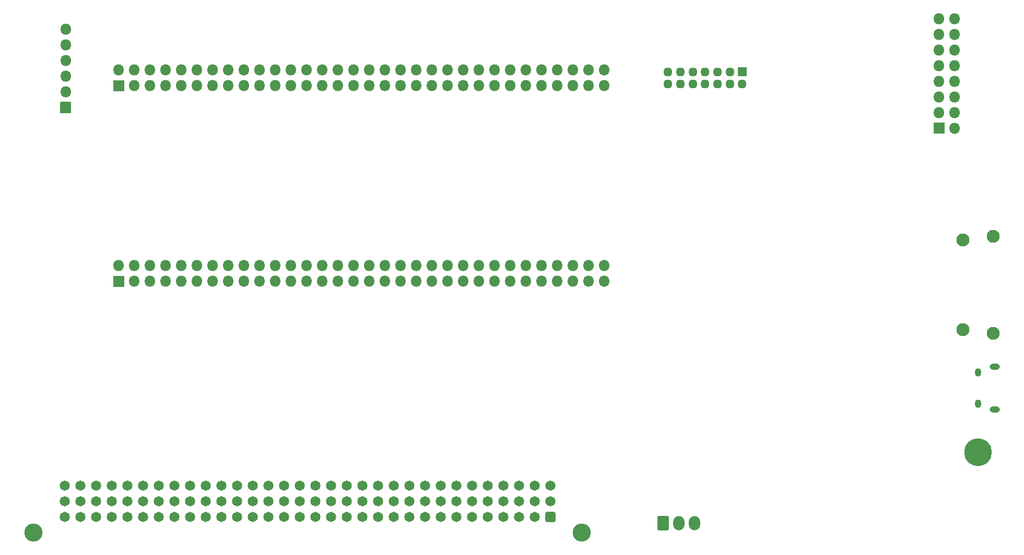
<source format=gbr>
G04 #@! TF.GenerationSoftware,KiCad,Pcbnew,5.1.9+dfsg1-1~bpo10+1*
G04 #@! TF.CreationDate,2023-04-04T12:11:01+02:00*
G04 #@! TF.ProjectId,nubus-to-ztex,6e756275-732d-4746-9f2d-7a7465782e6b,rev?*
G04 #@! TF.SameCoordinates,Original*
G04 #@! TF.FileFunction,Soldermask,Bot*
G04 #@! TF.FilePolarity,Negative*
%FSLAX46Y46*%
G04 Gerber Fmt 4.6, Leading zero omitted, Abs format (unit mm)*
G04 Created by KiCad (PCBNEW 5.1.9+dfsg1-1~bpo10+1) date 2023-04-04 12:11:01*
%MOMM*%
%LPD*%
G01*
G04 APERTURE LIST*
%ADD10C,4.502000*%
%ADD11O,1.652000X0.992000*%
%ADD12O,1.052000X1.352000*%
%ADD13O,1.802000X1.802000*%
%ADD14O,1.452000X1.452000*%
%ADD15O,1.842000X2.302000*%
%ADD16C,2.102000*%
%ADD17C,2.952000*%
%ADD18C,1.652000*%
%ADD19C,0.100000*%
G04 APERTURE END LIST*
D10*
X269350000Y-89500000D03*
D11*
X272050000Y-75570000D03*
X272050000Y-82570000D03*
D12*
X269350000Y-76570000D03*
X269350000Y-81570000D03*
G36*
G01*
X130850000Y-30901000D02*
X129150000Y-30901000D01*
G75*
G02*
X129099000Y-30850000I0J51000D01*
G01*
X129099000Y-29150000D01*
G75*
G02*
X129150000Y-29099000I51000J0D01*
G01*
X130850000Y-29099000D01*
G75*
G02*
X130901000Y-29150000I0J-51000D01*
G01*
X130901000Y-30850000D01*
G75*
G02*
X130850000Y-30901000I-51000J0D01*
G01*
G37*
D13*
X130000000Y-27460000D03*
X132540000Y-30000000D03*
X132540000Y-27460000D03*
X135080000Y-30000000D03*
X135080000Y-27460000D03*
X137620000Y-30000000D03*
X137620000Y-27460000D03*
X140160000Y-30000000D03*
X140160000Y-27460000D03*
X142700000Y-30000000D03*
X142700000Y-27460000D03*
X145240000Y-30000000D03*
X145240000Y-27460000D03*
X147780000Y-30000000D03*
X147780000Y-27460000D03*
X150320000Y-30000000D03*
X150320000Y-27460000D03*
X152860000Y-30000000D03*
X152860000Y-27460000D03*
X155400000Y-30000000D03*
X155400000Y-27460000D03*
X157940000Y-30000000D03*
X157940000Y-27460000D03*
X160480000Y-30000000D03*
X160480000Y-27460000D03*
X163020000Y-30000000D03*
X163020000Y-27460000D03*
X165560000Y-30000000D03*
X165560000Y-27460000D03*
X168100000Y-30000000D03*
X168100000Y-27460000D03*
X170640000Y-30000000D03*
X170640000Y-27460000D03*
X173180000Y-30000000D03*
X173180000Y-27460000D03*
X175720000Y-30000000D03*
X175720000Y-27460000D03*
X178260000Y-30000000D03*
X178260000Y-27460000D03*
X180800000Y-30000000D03*
X180800000Y-27460000D03*
X183340000Y-30000000D03*
X183340000Y-27460000D03*
X185880000Y-30000000D03*
X185880000Y-27460000D03*
X188420000Y-30000000D03*
X188420000Y-27460000D03*
X190960000Y-30000000D03*
X190960000Y-27460000D03*
X193500000Y-30000000D03*
X193500000Y-27460000D03*
X196040000Y-30000000D03*
X196040000Y-27460000D03*
X198580000Y-30000000D03*
X198580000Y-27460000D03*
X201120000Y-30000000D03*
X201120000Y-27460000D03*
X203660000Y-30000000D03*
X203660000Y-27460000D03*
X206200000Y-30000000D03*
X206200000Y-27460000D03*
X208740000Y-30000000D03*
X208740000Y-27460000D03*
G36*
G01*
X130850000Y-62651000D02*
X129150000Y-62651000D01*
G75*
G02*
X129099000Y-62600000I0J51000D01*
G01*
X129099000Y-60900000D01*
G75*
G02*
X129150000Y-60849000I51000J0D01*
G01*
X130850000Y-60849000D01*
G75*
G02*
X130901000Y-60900000I0J-51000D01*
G01*
X130901000Y-62600000D01*
G75*
G02*
X130850000Y-62651000I-51000J0D01*
G01*
G37*
X130000000Y-59210000D03*
X132540000Y-61750000D03*
X132540000Y-59210000D03*
X135080000Y-61750000D03*
X135080000Y-59210000D03*
X137620000Y-61750000D03*
X137620000Y-59210000D03*
X140160000Y-61750000D03*
X140160000Y-59210000D03*
X142700000Y-61750000D03*
X142700000Y-59210000D03*
X145240000Y-61750000D03*
X145240000Y-59210000D03*
X147780000Y-61750000D03*
X147780000Y-59210000D03*
X150320000Y-61750000D03*
X150320000Y-59210000D03*
X152860000Y-61750000D03*
X152860000Y-59210000D03*
X155400000Y-61750000D03*
X155400000Y-59210000D03*
X157940000Y-61750000D03*
X157940000Y-59210000D03*
X160480000Y-61750000D03*
X160480000Y-59210000D03*
X163020000Y-61750000D03*
X163020000Y-59210000D03*
X165560000Y-61750000D03*
X165560000Y-59210000D03*
X168100000Y-61750000D03*
X168100000Y-59210000D03*
X170640000Y-61750000D03*
X170640000Y-59210000D03*
X173180000Y-61750000D03*
X173180000Y-59210000D03*
X175720000Y-61750000D03*
X175720000Y-59210000D03*
X178260000Y-61750000D03*
X178260000Y-59210000D03*
X180800000Y-61750000D03*
X180800000Y-59210000D03*
X183340000Y-61750000D03*
X183340000Y-59210000D03*
X185880000Y-61750000D03*
X185880000Y-59210000D03*
X188420000Y-61750000D03*
X188420000Y-59210000D03*
X190960000Y-61750000D03*
X190960000Y-59210000D03*
X193500000Y-61750000D03*
X193500000Y-59210000D03*
X196040000Y-61750000D03*
X196040000Y-59210000D03*
X198580000Y-61750000D03*
X198580000Y-59210000D03*
X201120000Y-61750000D03*
X201120000Y-59210000D03*
X203660000Y-61750000D03*
X203660000Y-59210000D03*
X206200000Y-61750000D03*
X206200000Y-59210000D03*
X208740000Y-61750000D03*
X208740000Y-59210000D03*
X265540000Y-19110000D03*
X263000000Y-19110000D03*
X265540000Y-21650000D03*
X263000000Y-21650000D03*
X265540000Y-24190000D03*
X263000000Y-24190000D03*
X265540000Y-26730000D03*
X263000000Y-26730000D03*
X265540000Y-29270000D03*
X263000000Y-29270000D03*
X265540000Y-31810000D03*
X263000000Y-31810000D03*
X265540000Y-34350000D03*
X263000000Y-34350000D03*
X265540000Y-36890000D03*
G36*
G01*
X263901000Y-36040000D02*
X263901000Y-37740000D01*
G75*
G02*
X263850000Y-37791000I-51000J0D01*
G01*
X262150000Y-37791000D01*
G75*
G02*
X262099000Y-37740000I0J51000D01*
G01*
X262099000Y-36040000D01*
G75*
G02*
X262150000Y-35989000I51000J0D01*
G01*
X263850000Y-35989000D01*
G75*
G02*
X263901000Y-36040000I0J-51000D01*
G01*
G37*
D14*
X219080000Y-29730000D03*
X219080000Y-27730000D03*
X221080000Y-29730000D03*
X221080000Y-27730000D03*
X223080000Y-29730000D03*
X223080000Y-27730000D03*
X225080000Y-29730000D03*
X225080000Y-27730000D03*
X227080000Y-29730000D03*
X227080000Y-27730000D03*
X229080000Y-29730000D03*
X229080000Y-27730000D03*
X231080000Y-29730000D03*
G36*
G01*
X230405000Y-27004000D02*
X231755000Y-27004000D01*
G75*
G02*
X231806000Y-27055000I0J-51000D01*
G01*
X231806000Y-28405000D01*
G75*
G02*
X231755000Y-28456000I-51000J0D01*
G01*
X230405000Y-28456000D01*
G75*
G02*
X230354000Y-28405000I0J51000D01*
G01*
X230354000Y-27055000D01*
G75*
G02*
X230405000Y-27004000I51000J0D01*
G01*
G37*
G36*
G01*
X122301000Y-32678000D02*
X122301000Y-34378000D01*
G75*
G02*
X122250000Y-34429000I-51000J0D01*
G01*
X120550000Y-34429000D01*
G75*
G02*
X120499000Y-34378000I0J51000D01*
G01*
X120499000Y-32678000D01*
G75*
G02*
X120550000Y-32627000I51000J0D01*
G01*
X122250000Y-32627000D01*
G75*
G02*
X122301000Y-32678000I0J-51000D01*
G01*
G37*
D13*
X121400000Y-30988000D03*
X121400000Y-28448000D03*
X121400000Y-25908000D03*
X121400000Y-23368000D03*
X121400000Y-20828000D03*
G36*
G01*
X217339000Y-101886346D02*
X217339000Y-100113654D01*
G75*
G02*
X217603654Y-99849000I264654J0D01*
G01*
X218916346Y-99849000D01*
G75*
G02*
X219181000Y-100113654I0J-264654D01*
G01*
X219181000Y-101886346D01*
G75*
G02*
X218916346Y-102151000I-264654J0D01*
G01*
X217603654Y-102151000D01*
G75*
G02*
X217339000Y-101886346I0J264654D01*
G01*
G37*
D15*
X220800000Y-101000000D03*
X223340000Y-101000000D03*
D16*
X271800000Y-70150000D03*
X271800000Y-54450000D03*
X266850000Y-69550000D03*
X266850000Y-55050000D03*
D17*
X205080000Y-102540000D03*
X116180000Y-102540000D03*
G36*
G01*
X200826000Y-99440449D02*
X200826000Y-100559551D01*
G75*
G02*
X200559551Y-100826000I-266449J0D01*
G01*
X199440449Y-100826000D01*
G75*
G02*
X199174000Y-100559551I0J266449D01*
G01*
X199174000Y-99440449D01*
G75*
G02*
X199440449Y-99174000I266449J0D01*
G01*
X200559551Y-99174000D01*
G75*
G02*
X200826000Y-99440449I0J-266449D01*
G01*
G37*
D18*
X197460000Y-100000000D03*
X194920000Y-100000000D03*
X192380000Y-100000000D03*
X189840000Y-100000000D03*
X187300000Y-100000000D03*
X184760000Y-100000000D03*
X182220000Y-100000000D03*
X179680000Y-100000000D03*
X177140000Y-100000000D03*
X174600000Y-100000000D03*
X172060000Y-100000000D03*
X169520000Y-100000000D03*
X166980000Y-100000000D03*
X164440000Y-100000000D03*
X161900000Y-100000000D03*
X159360000Y-100000000D03*
X156820000Y-100000000D03*
X154280000Y-100000000D03*
X151740000Y-100000000D03*
X149200000Y-100000000D03*
X146660000Y-100000000D03*
X144120000Y-100000000D03*
X141580000Y-100000000D03*
X139040000Y-100000000D03*
X136500000Y-100000000D03*
X133960000Y-100000000D03*
X131420000Y-100000000D03*
X128880000Y-100000000D03*
X126340000Y-100000000D03*
X123800000Y-100000000D03*
X121260000Y-100000000D03*
X200000000Y-97460000D03*
X197460000Y-97460000D03*
X194920000Y-97460000D03*
X192380000Y-97460000D03*
X189840000Y-97460000D03*
X187300000Y-97460000D03*
X184760000Y-97460000D03*
X182220000Y-97460000D03*
X179680000Y-97460000D03*
X177140000Y-97460000D03*
X174600000Y-97460000D03*
X172060000Y-97460000D03*
X169520000Y-97460000D03*
X166980000Y-97460000D03*
X164440000Y-97460000D03*
X161900000Y-97460000D03*
X159360000Y-97460000D03*
X156820000Y-97460000D03*
X154280000Y-97460000D03*
X151740000Y-97460000D03*
X149200000Y-97460000D03*
X146660000Y-97460000D03*
X144120000Y-97460000D03*
X141580000Y-97460000D03*
X139040000Y-97460000D03*
X136500000Y-97460000D03*
X133960000Y-97460000D03*
X131420000Y-97460000D03*
X128880000Y-97460000D03*
X126340000Y-97460000D03*
X123800000Y-97460000D03*
X121260000Y-97460000D03*
X200000000Y-94920000D03*
X197460000Y-94920000D03*
X194920000Y-94920000D03*
X192380000Y-94920000D03*
X189840000Y-94920000D03*
X187300000Y-94920000D03*
X184760000Y-94920000D03*
X182220000Y-94920000D03*
X179680000Y-94920000D03*
X177140000Y-94920000D03*
X174600000Y-94920000D03*
X172060000Y-94920000D03*
X169520000Y-94920000D03*
X166980000Y-94920000D03*
X164440000Y-94920000D03*
X161900000Y-94920000D03*
X159360000Y-94920000D03*
X156820000Y-94920000D03*
X154280000Y-94920000D03*
X151740000Y-94920000D03*
X149200000Y-94920000D03*
X146660000Y-94920000D03*
X144120000Y-94920000D03*
X141580000Y-94920000D03*
X139040000Y-94920000D03*
X136500000Y-94920000D03*
X133960000Y-94920000D03*
X131420000Y-94920000D03*
X128880000Y-94920000D03*
X126340000Y-94920000D03*
X123800000Y-94920000D03*
X121260000Y-94920000D03*
D19*
G36*
X217340990Y-101886150D02*
G01*
X217346055Y-101937582D01*
X217361003Y-101986856D01*
X217385273Y-102032264D01*
X217417936Y-102072064D01*
X217457736Y-102104727D01*
X217503144Y-102128997D01*
X217552418Y-102143945D01*
X217603850Y-102149010D01*
X217605476Y-102150175D01*
X217605280Y-102152165D01*
X217603654Y-102153000D01*
X217520712Y-102153000D01*
X217520516Y-102152990D01*
X217480244Y-102149024D01*
X217479859Y-102148948D01*
X217447035Y-102138990D01*
X217446673Y-102138840D01*
X217416425Y-102122672D01*
X217416099Y-102122454D01*
X217389583Y-102100694D01*
X217389306Y-102100417D01*
X217367546Y-102073901D01*
X217367328Y-102073575D01*
X217351160Y-102043327D01*
X217351010Y-102042965D01*
X217341052Y-102010141D01*
X217340976Y-102009756D01*
X217337010Y-101969484D01*
X217337000Y-101969288D01*
X217337000Y-101886346D01*
X217338000Y-101884614D01*
X217340000Y-101884614D01*
X217340990Y-101886150D01*
G37*
G36*
X219182165Y-101884720D02*
G01*
X219183000Y-101886346D01*
X219183000Y-101969288D01*
X219182990Y-101969484D01*
X219179024Y-102009756D01*
X219178948Y-102010141D01*
X219168990Y-102042965D01*
X219168840Y-102043327D01*
X219152672Y-102073575D01*
X219152454Y-102073901D01*
X219130694Y-102100417D01*
X219130417Y-102100694D01*
X219103901Y-102122454D01*
X219103575Y-102122672D01*
X219073327Y-102138840D01*
X219072965Y-102138990D01*
X219040141Y-102148948D01*
X219039756Y-102149024D01*
X218999484Y-102152990D01*
X218999288Y-102153000D01*
X218916346Y-102153000D01*
X218914614Y-102152000D01*
X218914614Y-102150000D01*
X218916150Y-102149010D01*
X218967582Y-102143945D01*
X219016856Y-102128997D01*
X219062264Y-102104727D01*
X219102064Y-102072064D01*
X219134727Y-102032264D01*
X219158997Y-101986856D01*
X219173945Y-101937582D01*
X219179010Y-101886150D01*
X219180175Y-101884524D01*
X219182165Y-101884720D01*
G37*
G36*
X217605386Y-99848000D02*
G01*
X217605386Y-99850000D01*
X217603850Y-99850990D01*
X217552418Y-99856055D01*
X217503144Y-99871003D01*
X217457736Y-99895273D01*
X217417936Y-99927936D01*
X217385273Y-99967736D01*
X217361003Y-100013144D01*
X217346055Y-100062418D01*
X217340990Y-100113850D01*
X217339825Y-100115476D01*
X217337835Y-100115280D01*
X217337000Y-100113654D01*
X217337000Y-100030712D01*
X217337010Y-100030516D01*
X217340976Y-99990244D01*
X217341052Y-99989859D01*
X217351010Y-99957035D01*
X217351160Y-99956673D01*
X217367328Y-99926425D01*
X217367546Y-99926099D01*
X217389306Y-99899583D01*
X217389583Y-99899306D01*
X217416099Y-99877546D01*
X217416425Y-99877328D01*
X217446673Y-99861160D01*
X217447035Y-99861010D01*
X217479859Y-99851052D01*
X217480244Y-99850976D01*
X217520516Y-99847010D01*
X217520712Y-99847000D01*
X217603654Y-99847000D01*
X217605386Y-99848000D01*
G37*
G36*
X218999484Y-99847010D02*
G01*
X219039756Y-99850976D01*
X219040141Y-99851052D01*
X219072965Y-99861010D01*
X219073327Y-99861160D01*
X219103575Y-99877328D01*
X219103901Y-99877546D01*
X219130417Y-99899306D01*
X219130694Y-99899583D01*
X219152454Y-99926099D01*
X219152672Y-99926425D01*
X219168840Y-99956673D01*
X219168990Y-99957035D01*
X219178948Y-99989859D01*
X219179024Y-99990244D01*
X219182990Y-100030516D01*
X219183000Y-100030712D01*
X219183000Y-100113654D01*
X219182000Y-100115386D01*
X219180000Y-100115386D01*
X219179010Y-100113850D01*
X219173945Y-100062418D01*
X219158997Y-100013144D01*
X219134727Y-99967736D01*
X219102064Y-99927936D01*
X219062264Y-99895273D01*
X219016856Y-99871003D01*
X218967582Y-99856055D01*
X218916150Y-99850990D01*
X218914524Y-99849825D01*
X218914720Y-99847835D01*
X218916346Y-99847000D01*
X218999288Y-99847000D01*
X218999484Y-99847010D01*
G37*
M02*

</source>
